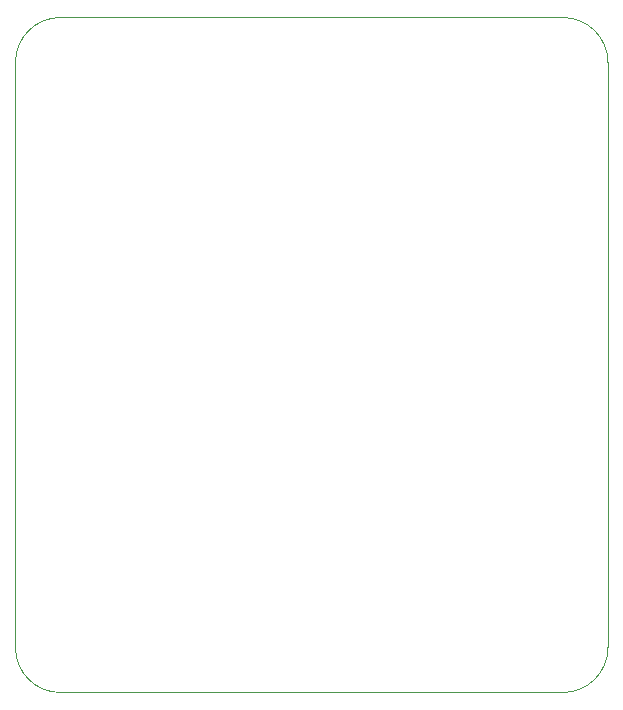
<source format=gm1>
%TF.GenerationSoftware,KiCad,Pcbnew,(6.0.0)*%
%TF.CreationDate,2022-03-13T18:40:28-04:00*%
%TF.ProjectId,board for mt8870,626f6172-6420-4666-9f72-206d74383837,rev?*%
%TF.SameCoordinates,Original*%
%TF.FileFunction,Profile,NP*%
%FSLAX46Y46*%
G04 Gerber Fmt 4.6, Leading zero omitted, Abs format (unit mm)*
G04 Created by KiCad (PCBNEW (6.0.0)) date 2022-03-13 18:40:28*
%MOMM*%
%LPD*%
G01*
G04 APERTURE LIST*
%TA.AperFunction,Profile*%
%ADD10C,0.100000*%
%TD*%
G04 APERTURE END LIST*
D10*
X85090000Y-32385000D02*
X127635000Y-32385000D01*
X127635000Y-89535000D02*
X85090000Y-89535000D01*
X131445000Y-36195000D02*
G75*
G03*
X127635000Y-32385000I-3809999J1D01*
G01*
X85090000Y-32385000D02*
G75*
G03*
X81280000Y-36195000I-1J-3809999D01*
G01*
X127635000Y-89535000D02*
G75*
G03*
X131445000Y-85725000I1J3809999D01*
G01*
X131445000Y-85725000D02*
X131445000Y-36195000D01*
X81280000Y-85725000D02*
X81280000Y-36195000D01*
X81280000Y-85725000D02*
G75*
G03*
X85090000Y-89535000I3809999J-1D01*
G01*
M02*

</source>
